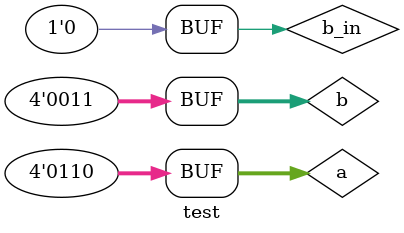
<source format=v>
`timescale 1ns / 1ps


module test;

	// Inputs
	reg [3:0] a;
	reg [3:0] b;
	reg b_in;

	// Outputs
	wire [3:0] sum;
	wire b_out;

	// Instantiate the Unit Under Test (UUT)
	fourBitSub uut (
		.a(a), 
		.b(b), 
		.sum(sum), 
		.b_in(b_in), 
		.b_out(b_out)
	);

	initial begin
		// Initialize Inputs
		a = 5;
		b = 2;
		b_in = 0;

		// Wait 100 ns for global reset to finish
		#100;
		a = 10;
		b = 4;
		b_in = 0;

		// Wait 100 ns for global reset to finish
		#100;
		a = 6;
		b = 3;
		b_in = 0;

		// Wait 100 ns for global reset to finish
		#100;
        
		// Add stimulus here

	end
      
endmodule


</source>
